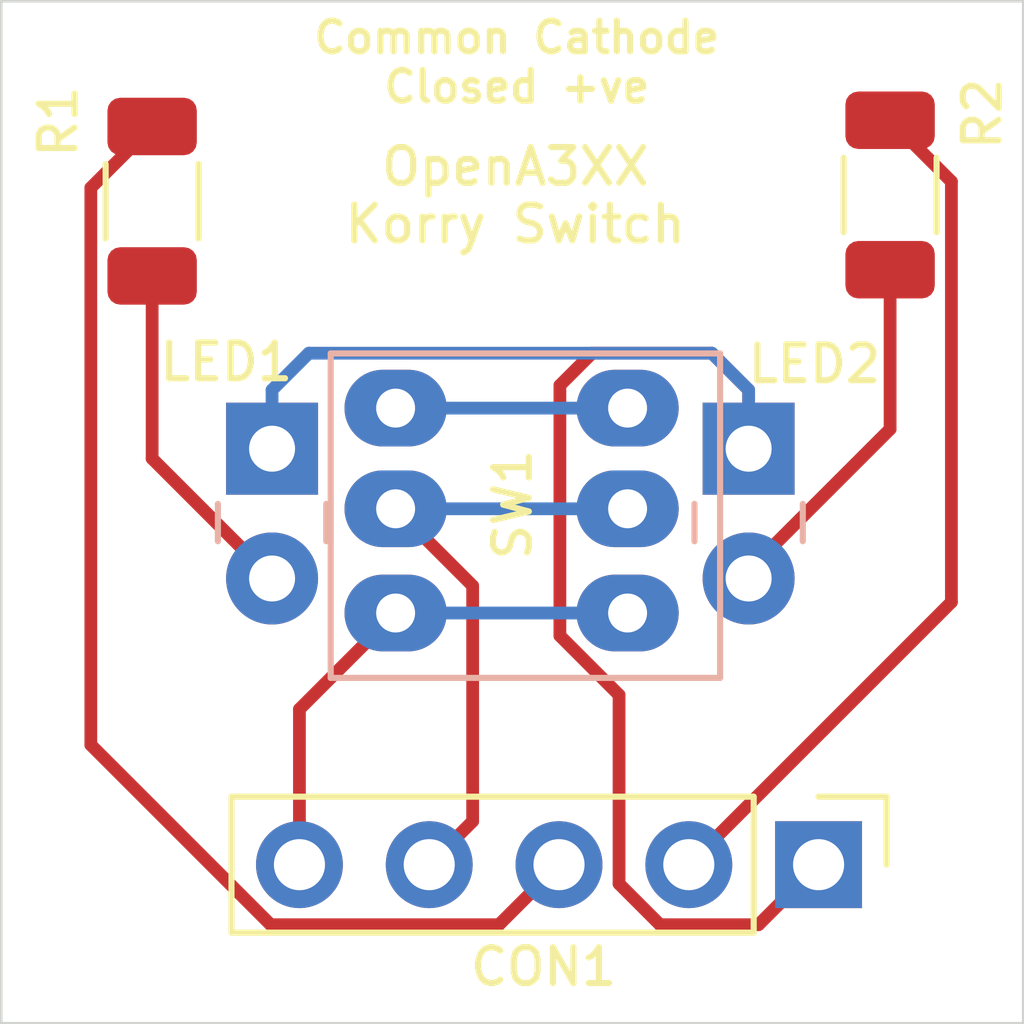
<source format=kicad_pcb>
(kicad_pcb (version 20171130) (host pcbnew "(5.1.10)-1")

  (general
    (thickness 1.6)
    (drawings 46)
    (tracks 36)
    (zones 0)
    (modules 6)
    (nets 9)
  )

  (page User 150.012 150.012)
  (title_block
    (title "Korry Switch PCB")
    (date 2021-06-08)
    (rev V1)
    (company OpenA3XX)
    (comment 1 "Jak Kav")
  )

  (layers
    (0 F.Cu signal)
    (31 B.Cu signal)
    (32 B.Adhes user)
    (33 F.Adhes user)
    (34 B.Paste user)
    (35 F.Paste user)
    (36 B.SilkS user)
    (37 F.SilkS user)
    (38 B.Mask user)
    (39 F.Mask user)
    (40 Dwgs.User user hide)
    (41 Cmts.User user)
    (42 Eco1.User user)
    (43 Eco2.User user)
    (44 Edge.Cuts user)
    (45 Margin user)
    (46 B.CrtYd user)
    (47 F.CrtYd user)
    (48 B.Fab user)
    (49 F.Fab user)
  )

  (setup
    (last_trace_width 0.25)
    (trace_clearance 0.2)
    (zone_clearance 0.508)
    (zone_45_only yes)
    (trace_min 0.2)
    (via_size 0.8)
    (via_drill 0.4)
    (via_min_size 0.4)
    (via_min_drill 0.3)
    (uvia_size 0.3)
    (uvia_drill 0.1)
    (uvias_allowed no)
    (uvia_min_size 0.2)
    (uvia_min_drill 0.1)
    (edge_width 0.05)
    (segment_width 0.2)
    (pcb_text_width 0.3)
    (pcb_text_size 1.5 1.5)
    (mod_edge_width 0.12)
    (mod_text_size 1 1)
    (mod_text_width 0.15)
    (pad_size 1.524 1.524)
    (pad_drill 0.762)
    (pad_to_mask_clearance 0)
    (aux_axis_origin 0 0)
    (visible_elements 7FFDFFFF)
    (pcbplotparams
      (layerselection 0x010fc_ffffffff)
      (usegerberextensions true)
      (usegerberattributes false)
      (usegerberadvancedattributes false)
      (creategerberjobfile false)
      (excludeedgelayer true)
      (linewidth 0.100000)
      (plotframeref false)
      (viasonmask false)
      (mode 1)
      (useauxorigin false)
      (hpglpennumber 1)
      (hpglpenspeed 20)
      (hpglpendiameter 15.000000)
      (psnegative false)
      (psa4output false)
      (plotreference true)
      (plotvalue false)
      (plotinvisibletext false)
      (padsonsilk false)
      (subtractmaskfromsilk true)
      (outputformat 1)
      (mirror false)
      (drillshape 0)
      (scaleselection 1)
      (outputdirectory "Gerber/V2/"))
  )

  (net 0 "")
  (net 1 "Net-(D1-Pad1)")
  (net 2 "Net-(D1-Pad2)")
  (net 3 "Net-(D2-Pad2)")
  (net 4 "Net-(J1-Pad2)")
  (net 5 "Net-(J1-Pad3)")
  (net 6 "Net-(J1-Pad4)")
  (net 7 "Net-(J1-Pad5)")
  (net 8 "Net-(U1-Pad3)")

  (net_class Default "This is the default net class."
    (clearance 0.2)
    (trace_width 0.25)
    (via_dia 0.8)
    (via_drill 0.4)
    (uvia_dia 0.3)
    (uvia_drill 0.1)
    (add_net "Net-(D1-Pad1)")
    (add_net "Net-(D1-Pad2)")
    (add_net "Net-(D2-Pad2)")
    (add_net "Net-(J1-Pad2)")
    (add_net "Net-(J1-Pad3)")
    (add_net "Net-(J1-Pad4)")
    (add_net "Net-(J1-Pad5)")
    (add_net "Net-(U1-Pad3)")
  )

  (module My_Libary:6pin_Push_Button_Switch (layer B.Cu) (tedit 60BFA46E) (tstamp 60BF3950)
    (at 70.33768 44.43222 90)
    (path /60BEAAE9)
    (fp_text reference SW1 (at -0.4191 -5.33146 90) (layer F.SilkS)
      (effects (font (size 0.7 0.7) (thickness 0.12)))
    )
    (fp_text value S775-1 (at 0 0.5 270) (layer B.Fab)
      (effects (font (size 1 1) (thickness 0.15)) (justify mirror))
    )
    (fp_line (start -3.81 -1.27) (end 2.54 -1.27) (layer B.SilkS) (width 0.12))
    (fp_line (start 2.54 -1.27) (end 2.54 -8.89) (layer B.SilkS) (width 0.12))
    (fp_line (start 2.54 -8.89) (end -3.81 -8.89) (layer B.SilkS) (width 0.12))
    (fp_line (start -3.81 -8.89) (end -3.81 -1.27) (layer B.SilkS) (width 0.12))
    (pad 1 thru_hole oval (at -2.54 -7.62 90) (size 1.5 2) (drill 0.762) (layers *.Cu *.Mask)
      (net 7 "Net-(J1-Pad5)"))
    (pad 2 thru_hole oval (at -0.5 -7.62 90) (size 1.5 2) (drill 0.762) (layers *.Cu *.Mask)
      (net 6 "Net-(J1-Pad4)"))
    (pad 3 thru_hole oval (at 1.47 -7.62 90) (size 1.5 2) (drill 0.762) (layers *.Cu *.Mask)
      (net 8 "Net-(U1-Pad3)"))
    (pad 3 thru_hole oval (at 1.47 -3.08 90) (size 1.5 2) (drill 0.762) (layers *.Cu *.Mask)
      (net 8 "Net-(U1-Pad3)"))
    (pad 2 thru_hole oval (at -0.5 -3.08 90) (size 1.5 2) (drill 0.762) (layers *.Cu *.Mask)
      (net 6 "Net-(J1-Pad4)"))
    (pad 1 thru_hole oval (at -2.54 -3.08 90) (size 1.5 2) (drill 0.762) (layers *.Cu *.Mask)
      (net 7 "Net-(J1-Pad5)"))
    (model "D:/GitHub Repos/opena3xx.3D-PRIVATE/3 - James (Kavster)/Korry/Step/Push Switch Model v4.step"
      (offset (xyz -12.1 -1 1))
      (scale (xyz 1 1 1))
      (rotate (xyz 0 0 90))
    )
  )

  (module LED_THT:LED_Rectangular_W3.0mm_H2.0mm (layer B.Cu) (tedit 587A3A7B) (tstamp 60BF38F7)
    (at 60.2996 43.75658 270)
    (descr "LED_Rectangular, Rectangular,  Rectangular size 3.0x2.0mm^2, 2 pins, http://www.kingbright.com/attachments/file/psearch/000/00/00/L-169XCGDK(Ver.9B).pdf")
    (tags "LED_Rectangular Rectangular  Rectangular size 3.0x2.0mm^2 2 pins")
    (path /60BEEBFE)
    (fp_text reference LED1 (at -1.69672 0.89662 180) (layer F.SilkS)
      (effects (font (size 0.7 0.7) (thickness 0.12)))
    )
    (fp_text value LED (at 1.27 -2.06 270) (layer B.Fab)
      (effects (font (size 1 1) (thickness 0.15)) (justify mirror))
    )
    (fp_line (start -0.23 1) (end -0.23 -1) (layer B.Fab) (width 0.1))
    (fp_line (start -0.23 -1) (end 2.77 -1) (layer B.Fab) (width 0.1))
    (fp_line (start 2.77 -1) (end 2.77 1) (layer B.Fab) (width 0.1))
    (fp_line (start 2.77 1) (end -0.23 1) (layer B.Fab) (width 0.1))
    (fp_line (start 1.08 1.06) (end 1.811 1.06) (layer B.SilkS) (width 0.12))
    (fp_line (start 1.08 -1.06) (end 1.811 -1.06) (layer B.SilkS) (width 0.12))
    (fp_line (start -1.15 1.35) (end -1.15 -1.35) (layer B.CrtYd) (width 0.05))
    (fp_line (start -1.15 -1.35) (end 3.7 -1.35) (layer B.CrtYd) (width 0.05))
    (fp_line (start 3.7 -1.35) (end 3.7 1.35) (layer B.CrtYd) (width 0.05))
    (fp_line (start 3.7 1.35) (end -1.15 1.35) (layer B.CrtYd) (width 0.05))
    (pad 1 thru_hole rect (at 0 0 270) (size 1.8 1.8) (drill 0.9) (layers *.Cu *.Mask)
      (net 1 "Net-(D1-Pad1)"))
    (pad 2 thru_hole circle (at 2.54 0 270) (size 1.8 1.8) (drill 0.9) (layers *.Cu *.Mask)
      (net 2 "Net-(D1-Pad2)"))
    (model ${KISYS3DMOD}/LED_THT.3dshapes/LED_Rectangular_W3.0mm_H2.0mm.wrl
      (at (xyz 0 0 0))
      (scale (xyz 1 1 1))
      (rotate (xyz 0 0 0))
    )
  )

  (module LED_THT:LED_Rectangular_W3.0mm_H2.0mm (layer B.Cu) (tedit 587A3A7B) (tstamp 60BF3907)
    (at 69.62648 43.75658 270)
    (descr "LED_Rectangular, Rectangular,  Rectangular size 3.0x2.0mm^2, 2 pins, http://www.kingbright.com/attachments/file/psearch/000/00/00/L-169XCGDK(Ver.9B).pdf")
    (tags "LED_Rectangular Rectangular  Rectangular size 3.0x2.0mm^2 2 pins")
    (path /60BEFB79)
    (fp_text reference LED2 (at -1.65862 -1.28778 180) (layer F.SilkS)
      (effects (font (size 0.7 0.7) (thickness 0.12)))
    )
    (fp_text value LED (at 1.27 -2.06 270) (layer B.Fab)
      (effects (font (size 1 1) (thickness 0.15)) (justify mirror))
    )
    (fp_line (start 3.7 1.35) (end -1.15 1.35) (layer B.CrtYd) (width 0.05))
    (fp_line (start 3.7 -1.35) (end 3.7 1.35) (layer B.CrtYd) (width 0.05))
    (fp_line (start -1.15 -1.35) (end 3.7 -1.35) (layer B.CrtYd) (width 0.05))
    (fp_line (start -1.15 1.35) (end -1.15 -1.35) (layer B.CrtYd) (width 0.05))
    (fp_line (start 1.08 -1.06) (end 1.811 -1.06) (layer B.SilkS) (width 0.12))
    (fp_line (start 1.08 1.06) (end 1.811 1.06) (layer B.SilkS) (width 0.12))
    (fp_line (start 2.77 1) (end -0.23 1) (layer B.Fab) (width 0.1))
    (fp_line (start 2.77 -1) (end 2.77 1) (layer B.Fab) (width 0.1))
    (fp_line (start -0.23 -1) (end 2.77 -1) (layer B.Fab) (width 0.1))
    (fp_line (start -0.23 1) (end -0.23 -1) (layer B.Fab) (width 0.1))
    (pad 2 thru_hole circle (at 2.54 0 270) (size 1.8 1.8) (drill 0.9) (layers *.Cu *.Mask)
      (net 3 "Net-(D2-Pad2)"))
    (pad 1 thru_hole rect (at 0 0 270) (size 1.8 1.8) (drill 0.9) (layers *.Cu *.Mask)
      (net 1 "Net-(D1-Pad1)"))
    (model ${KISYS3DMOD}/LED_THT.3dshapes/LED_Rectangular_W3.0mm_H2.0mm.wrl
      (at (xyz 0 0 0))
      (scale (xyz 1 1 1))
      (rotate (xyz 0 0 0))
    )
  )

  (module Connector_PinHeader_2.54mm:PinHeader_1x05_P2.54mm_Vertical (layer F.Cu) (tedit 59FED5CC) (tstamp 60BF3920)
    (at 70.99554 51.89728 270)
    (descr "Through hole straight pin header, 1x05, 2.54mm pitch, single row")
    (tags "Through hole pin header THT 1x05 2.54mm single row")
    (path /60C06EBA)
    (fp_text reference CON1 (at 1.99898 5.38226 180) (layer F.SilkS)
      (effects (font (size 0.7 0.7) (thickness 0.12)))
    )
    (fp_text value Conn_01x05_MountingPin (at 0 12.49 90) (layer F.Fab)
      (effects (font (size 1 1) (thickness 0.15)))
    )
    (fp_line (start -0.635 -1.27) (end 1.27 -1.27) (layer F.Fab) (width 0.1))
    (fp_line (start 1.27 -1.27) (end 1.27 11.43) (layer F.Fab) (width 0.1))
    (fp_line (start 1.27 11.43) (end -1.27 11.43) (layer F.Fab) (width 0.1))
    (fp_line (start -1.27 11.43) (end -1.27 -0.635) (layer F.Fab) (width 0.1))
    (fp_line (start -1.27 -0.635) (end -0.635 -1.27) (layer F.Fab) (width 0.1))
    (fp_line (start -1.33 11.49) (end 1.33 11.49) (layer F.SilkS) (width 0.12))
    (fp_line (start -1.33 1.27) (end -1.33 11.49) (layer F.SilkS) (width 0.12))
    (fp_line (start 1.33 1.27) (end 1.33 11.49) (layer F.SilkS) (width 0.12))
    (fp_line (start -1.33 1.27) (end 1.33 1.27) (layer F.SilkS) (width 0.12))
    (fp_line (start -1.33 0) (end -1.33 -1.33) (layer F.SilkS) (width 0.12))
    (fp_line (start -1.33 -1.33) (end 0 -1.33) (layer F.SilkS) (width 0.12))
    (fp_line (start -1.8 -1.8) (end -1.8 11.95) (layer F.CrtYd) (width 0.05))
    (fp_line (start -1.8 11.95) (end 1.8 11.95) (layer F.CrtYd) (width 0.05))
    (fp_line (start 1.8 11.95) (end 1.8 -1.8) (layer F.CrtYd) (width 0.05))
    (fp_line (start 1.8 -1.8) (end -1.8 -1.8) (layer F.CrtYd) (width 0.05))
    (fp_text user %R (at 0 5.08) (layer F.Fab)
      (effects (font (size 1 1) (thickness 0.15)))
    )
    (pad 1 thru_hole rect (at 0 0 270) (size 1.7 1.7) (drill 1) (layers *.Cu *.Mask)
      (net 1 "Net-(D1-Pad1)"))
    (pad 2 thru_hole oval (at 0 2.54 270) (size 1.7 1.7) (drill 1) (layers *.Cu *.Mask)
      (net 4 "Net-(J1-Pad2)"))
    (pad 3 thru_hole oval (at 0 5.08 270) (size 1.7 1.7) (drill 1) (layers *.Cu *.Mask)
      (net 5 "Net-(J1-Pad3)"))
    (pad 4 thru_hole oval (at 0 7.62 270) (size 1.7 1.7) (drill 1) (layers *.Cu *.Mask)
      (net 6 "Net-(J1-Pad4)"))
    (pad 5 thru_hole oval (at 0 10.16 270) (size 1.7 1.7) (drill 1) (layers *.Cu *.Mask)
      (net 7 "Net-(J1-Pad5)"))
    (model ${KISYS3DMOD}/Connector_PinHeader_2.54mm.3dshapes/PinHeader_1x05_P2.54mm_Vertical.wrl
      (at (xyz 0 0 0))
      (scale (xyz 1 1 1))
      (rotate (xyz 0 0 0))
    )
  )

  (module Resistor_SMD:R_1206_3216Metric (layer F.Cu) (tedit 5F68FEEE) (tstamp 60BF3931)
    (at 57.95264 38.9128 90)
    (descr "Resistor SMD 1206 (3216 Metric), square (rectangular) end terminal, IPC_7351 nominal, (Body size source: IPC-SM-782 page 72, https://www.pcb-3d.com/wordpress/wp-content/uploads/ipc-sm-782a_amendment_1_and_2.pdf), generated with kicad-footprint-generator")
    (tags resistor)
    (path /60BEC6DA)
    (attr smd)
    (fp_text reference R1 (at 1.55702 -1.83642 270) (layer F.SilkS)
      (effects (font (size 0.7 0.7) (thickness 0.12)))
    )
    (fp_text value 270 (at 0 1.82 90) (layer F.Fab)
      (effects (font (size 1 1) (thickness 0.15)))
    )
    (fp_line (start -1.6 0.8) (end -1.6 -0.8) (layer F.Fab) (width 0.1))
    (fp_line (start -1.6 -0.8) (end 1.6 -0.8) (layer F.Fab) (width 0.1))
    (fp_line (start 1.6 -0.8) (end 1.6 0.8) (layer F.Fab) (width 0.1))
    (fp_line (start 1.6 0.8) (end -1.6 0.8) (layer F.Fab) (width 0.1))
    (fp_line (start -0.727064 -0.91) (end 0.727064 -0.91) (layer F.SilkS) (width 0.12))
    (fp_line (start -0.727064 0.91) (end 0.727064 0.91) (layer F.SilkS) (width 0.12))
    (fp_line (start -2.28 1.12) (end -2.28 -1.12) (layer F.CrtYd) (width 0.05))
    (fp_line (start -2.28 -1.12) (end 2.28 -1.12) (layer F.CrtYd) (width 0.05))
    (fp_line (start 2.28 -1.12) (end 2.28 1.12) (layer F.CrtYd) (width 0.05))
    (fp_line (start 2.28 1.12) (end -2.28 1.12) (layer F.CrtYd) (width 0.05))
    (fp_text user %R (at 0 0 90) (layer F.Fab)
      (effects (font (size 0.8 0.8) (thickness 0.12)))
    )
    (pad 1 smd roundrect (at -1.4625 0 90) (size 1.125 1.75) (layers F.Cu F.Paste F.Mask) (roundrect_rratio 0.2222195555555556)
      (net 2 "Net-(D1-Pad2)"))
    (pad 2 smd roundrect (at 1.4625 0 90) (size 1.125 1.75) (layers F.Cu F.Paste F.Mask) (roundrect_rratio 0.2222195555555556)
      (net 5 "Net-(J1-Pad3)"))
    (model ${KISYS3DMOD}/Resistor_SMD.3dshapes/R_1206_3216Metric.wrl
      (at (xyz 0 0 0))
      (scale (xyz 1 1 1))
      (rotate (xyz 0 0 0))
    )
  )

  (module Resistor_SMD:R_1206_3216Metric (layer F.Cu) (tedit 5F68FEEE) (tstamp 60BF3942)
    (at 72.39508 38.79088 90)
    (descr "Resistor SMD 1206 (3216 Metric), square (rectangular) end terminal, IPC_7351 nominal, (Body size source: IPC-SM-782 page 72, https://www.pcb-3d.com/wordpress/wp-content/uploads/ipc-sm-782a_amendment_1_and_2.pdf), generated with kicad-footprint-generator")
    (tags resistor)
    (path /60BEDAB4)
    (attr smd)
    (fp_text reference R2 (at 1.5875 1.80594 90) (layer F.SilkS)
      (effects (font (size 0.7 0.7) (thickness 0.12)))
    )
    (fp_text value 270 (at 0 1.82 90) (layer F.Fab)
      (effects (font (size 1 1) (thickness 0.15)))
    )
    (fp_line (start 2.28 1.12) (end -2.28 1.12) (layer F.CrtYd) (width 0.05))
    (fp_line (start 2.28 -1.12) (end 2.28 1.12) (layer F.CrtYd) (width 0.05))
    (fp_line (start -2.28 -1.12) (end 2.28 -1.12) (layer F.CrtYd) (width 0.05))
    (fp_line (start -2.28 1.12) (end -2.28 -1.12) (layer F.CrtYd) (width 0.05))
    (fp_line (start -0.727064 0.91) (end 0.727064 0.91) (layer F.SilkS) (width 0.12))
    (fp_line (start -0.727064 -0.91) (end 0.727064 -0.91) (layer F.SilkS) (width 0.12))
    (fp_line (start 1.6 0.8) (end -1.6 0.8) (layer F.Fab) (width 0.1))
    (fp_line (start 1.6 -0.8) (end 1.6 0.8) (layer F.Fab) (width 0.1))
    (fp_line (start -1.6 -0.8) (end 1.6 -0.8) (layer F.Fab) (width 0.1))
    (fp_line (start -1.6 0.8) (end -1.6 -0.8) (layer F.Fab) (width 0.1))
    (fp_text user %R (at 0 0 90) (layer F.Fab)
      (effects (font (size 0.8 0.8) (thickness 0.12)))
    )
    (pad 2 smd roundrect (at 1.4625 0 90) (size 1.125 1.75) (layers F.Cu F.Paste F.Mask) (roundrect_rratio 0.2222195555555556)
      (net 4 "Net-(J1-Pad2)"))
    (pad 1 smd roundrect (at -1.4625 0 90) (size 1.125 1.75) (layers F.Cu F.Paste F.Mask) (roundrect_rratio 0.2222195555555556)
      (net 3 "Net-(D2-Pad2)"))
    (model ${KISYS3DMOD}/Resistor_SMD.3dshapes/R_1206_3216Metric.wrl
      (at (xyz 0 0 0))
      (scale (xyz 1 1 1))
      (rotate (xyz 0 0 0))
    )
  )

  (gr_line (start 54.99462 54.01608) (end 54.99462 36.01608) (layer Dwgs.User) (width 0.2))
  (gr_line (start 56.19462 52.81608) (end 56.19462 37.21608) (layer Dwgs.User) (width 0.2))
  (gr_line (start 57.591867 53.380821) (end 72.391867 53.380821) (layer Dwgs.User) (width 0.2))
  (gr_line (start 58.991867 38.980821) (end 58.991867 50.980821) (layer Dwgs.User) (width 0.2))
  (gr_line (start 57.991867 51.980821) (end 71.991867 51.980821) (layer Dwgs.User) (width 0.2))
  (gr_line (start 67.141867 38.980821) (end 67.141867 50.980821) (layer Dwgs.User) (width 0.2))
  (gr_line (start 57.991867 37.980821) (end 57.991867 51.980821) (layer Dwgs.User) (width 0.2))
  (gr_line (start 73.99462 55.01608) (end 55.99462 55.01608) (layer Dwgs.User) (width 0.2))
  (gr_line (start 56.591867 37.580821) (end 56.591867 52.380821) (layer Dwgs.User) (width 0.2))
  (gr_arc (start 72.79462 52.81608) (end 72.79462 53.81608) (angle -90) (layer Dwgs.User) (width 0.2))
  (gr_arc (start 72.79462 37.21608) (end 73.79462 37.21608) (angle -90) (layer Dwgs.User) (width 0.2))
  (gr_line (start 57.19462 36.21608) (end 72.79462 36.21608) (layer Dwgs.User) (width 0.2))
  (gr_line (start 62.841867 50.980821) (end 62.841867 38.980821) (layer Dwgs.User) (width 0.2))
  (gr_arc (start 72.391867 37.580821) (end 73.391867 37.580821) (angle -90) (layer Dwgs.User) (width 0.2))
  (gr_arc (start 57.19462 37.21608) (end 57.19462 36.21608) (angle -90) (layer Dwgs.User) (width 0.2))
  (gr_arc (start 57.591867 52.380821) (end 56.591867 52.380821) (angle -90) (layer Dwgs.User) (width 0.2))
  (gr_line (start 63.991867 46.480821) (end 63.991867 43.480821) (layer Dwgs.User) (width 0.2))
  (gr_line (start 71.991867 51.980821) (end 71.991867 37.980821) (layer Dwgs.User) (width 0.2))
  (gr_line (start 73.391867 52.380821) (end 73.391867 37.580821) (layer Dwgs.User) (width 0.2))
  (gr_line (start 70.991867 38.980821) (end 58.991867 38.980821) (layer Dwgs.User) (width 0.2))
  (gr_arc (start 72.391867 52.380821) (end 72.391867 53.380821) (angle -90) (layer Dwgs.User) (width 0.2))
  (gr_line (start 72.391867 36.580821) (end 57.591867 36.580821) (layer Dwgs.User) (width 0.2))
  (gr_arc (start 55.99462 54.01608) (end 54.99462 54.01608) (angle -90) (layer Dwgs.User) (width 0.2))
  (gr_line (start 65.991867 43.480821) (end 65.991867 46.480821) (layer Dwgs.User) (width 0.2))
  (gr_line (start 74.99462 36.01608) (end 74.99462 54.01608) (layer Dwgs.User) (width 0.2))
  (gr_arc (start 73.99462 36.01608) (end 74.99462 36.01608) (angle -90) (layer Dwgs.User) (width 0.2))
  (gr_line (start 58.991867 50.980821) (end 70.991867 50.980821) (layer Dwgs.User) (width 0.2))
  (gr_line (start 62.841867 40.580821) (end 67.141867 40.580821) (layer Dwgs.User) (width 0.2))
  (gr_arc (start 57.19462 52.81608) (end 56.19462 52.81608) (angle -90) (layer Dwgs.User) (width 0.2))
  (gr_line (start 62.841867 49.380821) (end 67.141867 49.380821) (layer Dwgs.User) (width 0.2))
  (gr_arc (start 57.591867 37.580821) (end 57.591867 36.580821) (angle -90) (layer Dwgs.User) (width 0.2))
  (gr_line (start 71.991867 37.980821) (end 57.991867 37.980821) (layer Dwgs.User) (width 0.2))
  (gr_line (start 72.79462 53.81608) (end 57.19462 53.81608) (layer Dwgs.User) (width 0.2))
  (gr_line (start 55.99462 35.01608) (end 73.99462 35.01608) (layer Dwgs.User) (width 0.2))
  (gr_line (start 65.991867 46.480821) (end 63.991867 46.480821) (layer Dwgs.User) (width 0.2))
  (gr_line (start 70.991867 50.980821) (end 70.991867 38.980821) (layer Dwgs.User) (width 0.2))
  (gr_arc (start 55.99462 36.01608) (end 55.99462 35.01608) (angle -90) (layer Dwgs.User) (width 0.2))
  (gr_line (start 63.991867 43.480821) (end 65.991867 43.480821) (layer Dwgs.User) (width 0.2))
  (gr_arc (start 73.99462 54.01608) (end 73.99462 55.01608) (angle -90) (layer Dwgs.User) (width 0.2))
  (gr_line (start 73.79462 37.21608) (end 73.79462 52.81608) (layer Dwgs.User) (width 0.2))
  (gr_text "OpenA3XX\nKorry Switch" (at 65.05956 38.7985) (layer F.SilkS)
    (effects (font (size 0.7 0.7) (thickness 0.12)))
  )
  (gr_text "Common Cathode\nClosed +ve" (at 65.09004 36.18992) (layer F.SilkS)
    (effects (font (size 0.6 0.6) (thickness 0.12)))
  )
  (gr_line (start 55 35) (end 55 55) (layer Edge.Cuts) (width 0.05) (tstamp 60BF33CF))
  (gr_line (start 55 55) (end 75 55) (layer Edge.Cuts) (width 0.05))
  (gr_line (start 75 35) (end 75 55) (layer Edge.Cuts) (width 0.05))
  (gr_line (start 55 35) (end 75 35) (layer Edge.Cuts) (width 0.05))

  (segment (start 69.62648 42.60658) (end 69.62648 43.75658) (width 0.25) (layer B.Cu) (net 1))
  (segment (start 68.90711 41.88721) (end 69.62648 42.60658) (width 0.25) (layer B.Cu) (net 1))
  (segment (start 61.01897 41.88721) (end 68.90711 41.88721) (width 0.25) (layer B.Cu) (net 1))
  (segment (start 60.2996 42.60658) (end 61.01897 41.88721) (width 0.25) (layer B.Cu) (net 1))
  (segment (start 60.2996 43.75658) (end 60.2996 42.60658) (width 0.25) (layer B.Cu) (net 1))
  (segment (start 69.62648 42.60658) (end 69.62648 43.75658) (width 0.25) (layer F.Cu) (net 1))
  (segment (start 65.93267 42.516937) (end 66.562397 41.88721) (width 0.25) (layer F.Cu) (net 1))
  (segment (start 65.93267 47.417503) (end 65.93267 42.516937) (width 0.25) (layer F.Cu) (net 1))
  (segment (start 68.90711 41.88721) (end 69.62648 42.60658) (width 0.25) (layer F.Cu) (net 1))
  (segment (start 67.090541 48.575374) (end 65.93267 47.417503) (width 0.25) (layer F.Cu) (net 1))
  (segment (start 67.090541 52.271283) (end 67.090541 48.575374) (width 0.25) (layer F.Cu) (net 1))
  (segment (start 66.562397 41.88721) (end 68.90711 41.88721) (width 0.25) (layer F.Cu) (net 1))
  (segment (start 67.891539 53.072281) (end 67.090541 52.271283) (width 0.25) (layer F.Cu) (net 1))
  (segment (start 69.820539 53.072281) (end 67.891539 53.072281) (width 0.25) (layer F.Cu) (net 1))
  (segment (start 70.99554 51.89728) (end 69.820539 53.072281) (width 0.25) (layer F.Cu) (net 1))
  (segment (start 57.95264 43.94962) (end 57.95264 40.3753) (width 0.25) (layer F.Cu) (net 2))
  (segment (start 60.2996 46.29658) (end 57.95264 43.94962) (width 0.25) (layer F.Cu) (net 2))
  (segment (start 69.62648 46.141582) (end 69.62648 46.29658) (width 0.25) (layer F.Cu) (net 3))
  (segment (start 72.39508 43.372982) (end 69.62648 46.141582) (width 0.25) (layer F.Cu) (net 3))
  (segment (start 72.39508 40.25338) (end 72.39508 43.372982) (width 0.25) (layer F.Cu) (net 3))
  (segment (start 73.59509 46.75773) (end 68.45554 51.89728) (width 0.25) (layer F.Cu) (net 4))
  (segment (start 73.59509 38.52839) (end 73.59509 46.75773) (width 0.25) (layer F.Cu) (net 4))
  (segment (start 72.39508 37.32838) (end 73.59509 38.52839) (width 0.25) (layer F.Cu) (net 4))
  (segment (start 56.75263 38.65031) (end 57.95264 37.4503) (width 0.25) (layer F.Cu) (net 5))
  (segment (start 56.75263 49.553372) (end 56.75263 38.65031) (width 0.25) (layer F.Cu) (net 5))
  (segment (start 60.271539 53.072281) (end 56.75263 49.553372) (width 0.25) (layer F.Cu) (net 5))
  (segment (start 64.740539 53.072281) (end 60.271539 53.072281) (width 0.25) (layer F.Cu) (net 5))
  (segment (start 65.91554 51.89728) (end 64.740539 53.072281) (width 0.25) (layer F.Cu) (net 5))
  (segment (start 62.71768 44.93222) (end 67.25768 44.93222) (width 0.25) (layer B.Cu) (net 6))
  (segment (start 64.225539 46.440079) (end 62.71768 44.93222) (width 0.25) (layer F.Cu) (net 6))
  (segment (start 64.225539 51.047281) (end 64.225539 46.440079) (width 0.25) (layer F.Cu) (net 6))
  (segment (start 63.37554 51.89728) (end 64.225539 51.047281) (width 0.25) (layer F.Cu) (net 6))
  (segment (start 62.71768 46.97222) (end 67.25768 46.97222) (width 0.25) (layer B.Cu) (net 7))
  (segment (start 60.83554 48.85436) (end 62.71768 46.97222) (width 0.25) (layer F.Cu) (net 7))
  (segment (start 60.83554 51.89728) (end 60.83554 48.85436) (width 0.25) (layer F.Cu) (net 7))
  (segment (start 67.25768 42.96222) (end 62.71768 42.96222) (width 0.25) (layer B.Cu) (net 8))

)

</source>
